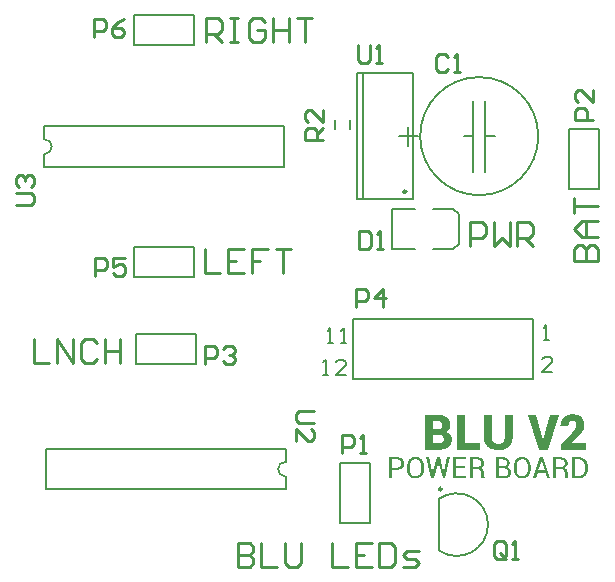
<source format=gto>
G04 Layer_Color=65535*
%FSLAX44Y44*%
%MOMM*%
G71*
G01*
G75*
%ADD16C,0.2540*%
%ADD36C,0.2500*%
%ADD37C,0.1524*%
%ADD38C,0.2000*%
%ADD39C,0.1270*%
%ADD40C,0.2032*%
G36*
X422061Y107284D02*
X413656D01*
Y101544D01*
X420948D01*
Y99669D01*
X413656D01*
Y93314D01*
X422207D01*
Y91440D01*
X411255D01*
Y109187D01*
X422061D01*
Y107284D01*
D02*
G37*
G36*
X364104Y109158D02*
X364338D01*
X364631Y109100D01*
X364924Y109070D01*
X365246Y109012D01*
X365978Y108836D01*
X366710Y108572D01*
X367062Y108397D01*
X367413Y108221D01*
X367735Y107987D01*
X368057Y107723D01*
X368087Y107694D01*
X368116Y107665D01*
X368204Y107577D01*
X368292Y107460D01*
X368438Y107313D01*
X368555Y107137D01*
X368702Y106932D01*
X368848Y106698D01*
X369141Y106142D01*
X369404Y105468D01*
X369580Y104707D01*
X369609Y104297D01*
X369639Y103857D01*
Y103828D01*
Y103740D01*
Y103623D01*
X369609Y103447D01*
X369580Y103242D01*
X369551Y103008D01*
X369434Y102481D01*
X369258Y101866D01*
X368965Y101222D01*
X368789Y100899D01*
X368585Y100577D01*
X368350Y100284D01*
X368057Y99992D01*
X368028Y99962D01*
X367999Y99933D01*
X367882Y99874D01*
X367765Y99757D01*
X367618Y99669D01*
X367413Y99552D01*
X367179Y99406D01*
X366915Y99289D01*
X366622Y99142D01*
X366271Y99025D01*
X365919Y98879D01*
X365539Y98791D01*
X365099Y98703D01*
X364631Y98615D01*
X364162Y98586D01*
X363635Y98556D01*
X359242D01*
Y91440D01*
X356841D01*
Y109187D01*
X363899D01*
X364104Y109158D01*
D02*
G37*
G36*
X469885Y109422D02*
X470178Y109392D01*
X470471Y109334D01*
X470823Y109275D01*
X471233Y109187D01*
X471613Y109070D01*
X472053Y108924D01*
X472492Y108748D01*
X472931Y108543D01*
X473341Y108280D01*
X473781Y107987D01*
X474190Y107665D01*
X474571Y107284D01*
X474600Y107254D01*
X474659Y107196D01*
X474747Y107079D01*
X474893Y106903D01*
X475040Y106698D01*
X475215Y106434D01*
X475391Y106142D01*
X475596Y105820D01*
X475772Y105439D01*
X475948Y105029D01*
X476123Y104590D01*
X476270Y104092D01*
X476416Y103594D01*
X476504Y103037D01*
X476563Y102481D01*
X476592Y101866D01*
Y98732D01*
Y98703D01*
Y98586D01*
Y98410D01*
X476563Y98176D01*
X476533Y97912D01*
X476475Y97590D01*
X476416Y97209D01*
X476328Y96829D01*
X476241Y96419D01*
X476094Y95979D01*
X475948Y95511D01*
X475743Y95071D01*
X475508Y94603D01*
X475245Y94164D01*
X474923Y93724D01*
X474571Y93314D01*
X474542Y93285D01*
X474483Y93226D01*
X474366Y93109D01*
X474220Y92992D01*
X474015Y92816D01*
X473781Y92641D01*
X473488Y92465D01*
X473166Y92260D01*
X472814Y92055D01*
X472433Y91879D01*
X471994Y91704D01*
X471525Y91528D01*
X471028Y91411D01*
X470500Y91294D01*
X469944Y91235D01*
X469358Y91206D01*
X469212D01*
X469065Y91235D01*
X468831D01*
X468568Y91264D01*
X468275Y91323D01*
X467923Y91381D01*
X467542Y91469D01*
X467162Y91586D01*
X466752Y91733D01*
X466312Y91879D01*
X465902Y92084D01*
X465493Y92348D01*
X465053Y92611D01*
X464673Y92934D01*
X464292Y93314D01*
X464263Y93344D01*
X464204Y93402D01*
X464116Y93549D01*
X463999Y93695D01*
X463853Y93900D01*
X463677Y94164D01*
X463501Y94457D01*
X463325Y94808D01*
X463150Y95159D01*
X462974Y95569D01*
X462798Y96009D01*
X462652Y96507D01*
X462535Y97004D01*
X462447Y97561D01*
X462388Y98117D01*
X462359Y98732D01*
Y101866D01*
Y101895D01*
Y102012D01*
Y102188D01*
X462388Y102422D01*
X462417Y102686D01*
X462476Y103008D01*
X462535Y103359D01*
X462593Y103770D01*
X462827Y104619D01*
X462974Y105058D01*
X463179Y105527D01*
X463384Y105966D01*
X463647Y106434D01*
X463940Y106874D01*
X464292Y107284D01*
X464321Y107313D01*
X464380Y107372D01*
X464497Y107489D01*
X464643Y107635D01*
X464848Y107782D01*
X465083Y107957D01*
X465346Y108162D01*
X465639Y108367D01*
X465990Y108572D01*
X466371Y108777D01*
X466781Y108953D01*
X467250Y109100D01*
X467718Y109246D01*
X468245Y109363D01*
X468773Y109422D01*
X469358Y109451D01*
X469680D01*
X469885Y109422D01*
D02*
G37*
G36*
X493285Y91440D02*
X490825D01*
X489273Y96009D01*
X482566D01*
X480985Y91440D01*
X478525D01*
X484939Y109187D01*
X486989D01*
X493285Y91440D01*
D02*
G37*
G36*
X453427Y109158D02*
X453661D01*
X453924Y109129D01*
X454217Y109100D01*
X454539Y109041D01*
X455242Y108895D01*
X455975Y108690D01*
X456677Y108397D01*
X457322Y107987D01*
X457351D01*
X457380Y107928D01*
X457556Y107752D01*
X457820Y107489D01*
X458112Y107079D01*
X458405Y106581D01*
X458669Y105966D01*
X458844Y105234D01*
X458874Y104824D01*
X458903Y104384D01*
Y104326D01*
Y104179D01*
X458874Y103975D01*
X458815Y103711D01*
X458727Y103389D01*
X458581Y103037D01*
X458405Y102686D01*
X458171Y102334D01*
X458142Y102305D01*
X458054Y102188D01*
X457878Y102012D01*
X457673Y101807D01*
X457410Y101602D01*
X457087Y101368D01*
X456707Y101134D01*
X456297Y100929D01*
X456385D01*
X456472Y100899D01*
X456590Y100870D01*
X456912Y100782D01*
X457292Y100665D01*
X457732Y100460D01*
X458200Y100197D01*
X458639Y99845D01*
X459050Y99406D01*
X459108Y99347D01*
X459225Y99172D01*
X459372Y98908D01*
X459577Y98556D01*
X459752Y98117D01*
X459928Y97619D01*
X460045Y97063D01*
X460075Y96448D01*
Y96419D01*
Y96331D01*
Y96214D01*
X460045Y96038D01*
X460016Y95833D01*
X459987Y95599D01*
X459870Y95071D01*
X459694Y94457D01*
X459401Y93841D01*
X459225Y93519D01*
X459020Y93226D01*
X458786Y92963D01*
X458493Y92699D01*
X458464D01*
X458434Y92641D01*
X458317Y92582D01*
X458200Y92494D01*
X458054Y92406D01*
X457849Y92289D01*
X457615Y92201D01*
X457380Y92084D01*
X457087Y91967D01*
X456765Y91850D01*
X456414Y91733D01*
X456033Y91645D01*
X455184Y91499D01*
X454715Y91469D01*
X454217Y91440D01*
X447159D01*
Y109187D01*
X453222D01*
X453427Y109158D01*
D02*
G37*
G36*
X431608D02*
X431872D01*
X432136Y109129D01*
X432458Y109070D01*
X432780Y109012D01*
X433483Y108865D01*
X434244Y108631D01*
X434947Y108309D01*
X435269Y108104D01*
X435562Y107870D01*
X435591D01*
X435621Y107811D01*
X435709Y107723D01*
X435796Y107635D01*
X435914Y107489D01*
X436060Y107342D01*
X436353Y106932D01*
X436616Y106376D01*
X436880Y105732D01*
X437056Y105000D01*
X437085Y104560D01*
X437114Y104121D01*
Y104092D01*
Y104062D01*
Y103887D01*
X437085Y103623D01*
X437026Y103301D01*
X436939Y102920D01*
X436821Y102540D01*
X436646Y102129D01*
X436411Y101720D01*
X436382Y101690D01*
X436294Y101544D01*
X436119Y101368D01*
X435884Y101163D01*
X435591Y100899D01*
X435240Y100636D01*
X434830Y100372D01*
X434332Y100138D01*
X434361D01*
X434391Y100109D01*
X434566Y100050D01*
X434830Y99933D01*
X435152Y99757D01*
X435503Y99552D01*
X435855Y99289D01*
X436177Y98967D01*
X436441Y98586D01*
X436470Y98527D01*
X436529Y98410D01*
X436646Y98176D01*
X436763Y97854D01*
X436880Y97473D01*
X436997Y97034D01*
X437056Y96507D01*
X437085Y95950D01*
Y94281D01*
Y94251D01*
Y94134D01*
Y93988D01*
X437114Y93783D01*
Y93549D01*
X437173Y93314D01*
X437261Y92787D01*
Y92758D01*
X437290Y92670D01*
X437349Y92553D01*
X437407Y92406D01*
X437583Y92084D01*
X437876Y91733D01*
Y91440D01*
X435416D01*
X435386Y91469D01*
X435328Y91528D01*
X435269Y91616D01*
X435152Y91733D01*
X435064Y91909D01*
X434947Y92114D01*
X434859Y92377D01*
X434801Y92641D01*
Y92670D01*
X434771Y92787D01*
Y92934D01*
X434742Y93168D01*
X434713Y93402D01*
Y93695D01*
X434683Y94310D01*
Y95921D01*
Y95950D01*
Y95979D01*
Y96155D01*
X434654Y96419D01*
X434566Y96741D01*
X434478Y97121D01*
X434332Y97502D01*
X434127Y97883D01*
X433834Y98234D01*
X433805Y98264D01*
X433688Y98381D01*
X433483Y98527D01*
X433248Y98674D01*
X432897Y98849D01*
X432516Y98967D01*
X432077Y99084D01*
X431579Y99113D01*
X427450D01*
Y91440D01*
X425048D01*
Y109187D01*
X431433D01*
X431608Y109158D01*
D02*
G37*
G36*
X512814Y145545D02*
X513205D01*
X513693Y145447D01*
X514181Y145398D01*
X514767Y145301D01*
X515988Y145008D01*
X517208Y144568D01*
X517843Y144324D01*
X518428Y143982D01*
X518965Y143641D01*
X519502Y143201D01*
X519551Y143153D01*
X519600Y143104D01*
X519747Y142957D01*
X519893Y142762D01*
X520137Y142518D01*
X520332Y142225D01*
X520577Y141883D01*
X520821Y141493D01*
X521065Y141053D01*
X521309Y140565D01*
X521748Y139394D01*
X522041Y138124D01*
X522090Y137392D01*
X522139Y136611D01*
Y136562D01*
Y136464D01*
Y136318D01*
Y136123D01*
X522041Y135634D01*
X521943Y134951D01*
X521797Y134170D01*
X521504Y133340D01*
X521162Y132461D01*
X520674Y131631D01*
X520625Y131534D01*
X520528Y131387D01*
X520381Y131241D01*
X520235Y130997D01*
X519991Y130753D01*
X519747Y130411D01*
X519454Y130020D01*
X519112Y129581D01*
X518721Y129142D01*
X518282Y128605D01*
X517794Y128019D01*
X517257Y127384D01*
X516671Y126749D01*
X515988Y126017D01*
X515304Y125236D01*
X511692Y120940D01*
X511740Y120842D01*
X523164D01*
Y115570D01*
X502611D01*
Y120013D01*
X511692Y130020D01*
Y130069D01*
X511789Y130118D01*
X511984Y130362D01*
X512326Y130753D01*
X512717Y131290D01*
X513156Y131827D01*
X513595Y132461D01*
X514035Y133096D01*
X514376Y133731D01*
X514425Y133779D01*
X514523Y134024D01*
X514669Y134316D01*
X514816Y134707D01*
X514962Y135146D01*
X515109Y135586D01*
X515206Y136074D01*
X515255Y136562D01*
Y136660D01*
Y136855D01*
X515206Y137148D01*
X515158Y137538D01*
X515060Y137978D01*
X514913Y138417D01*
X514718Y138857D01*
X514474Y139247D01*
X514425Y139296D01*
X514328Y139394D01*
X514132Y139589D01*
X513888Y139784D01*
X513547Y139931D01*
X513107Y140126D01*
X512570Y140224D01*
X511984Y140272D01*
X511740D01*
X511447Y140224D01*
X511057Y140126D01*
X510666Y139931D01*
X510276Y139735D01*
X509836Y139394D01*
X509495Y138954D01*
X509446Y138905D01*
X509348Y138710D01*
X509202Y138466D01*
X509055Y138076D01*
X508909Y137587D01*
X508762Y137001D01*
X508665Y136367D01*
X508616Y135634D01*
X501879D01*
X501830Y135781D01*
Y135830D01*
Y135976D01*
Y136172D01*
X501879Y136464D01*
Y136806D01*
X501928Y137246D01*
X502025Y137685D01*
X502123Y138173D01*
X502465Y139296D01*
X502660Y139833D01*
X502904Y140419D01*
X503246Y141005D01*
X503588Y141590D01*
X504027Y142176D01*
X504515Y142713D01*
X504564Y142762D01*
X504662Y142860D01*
X504808Y142957D01*
X505052Y143153D01*
X505296Y143397D01*
X505638Y143641D01*
X506077Y143885D01*
X506517Y144178D01*
X507005Y144422D01*
X507591Y144666D01*
X508176Y144910D01*
X508860Y145154D01*
X509592Y145350D01*
X510325Y145447D01*
X511155Y145545D01*
X511984Y145594D01*
X512473D01*
X512814Y145545D01*
D02*
G37*
G36*
X420791Y120842D02*
X433484D01*
Y115570D01*
X413907D01*
Y145154D01*
X420791D01*
Y120842D01*
D02*
G37*
G36*
X397944Y145105D02*
X398383D01*
X398920Y145057D01*
X399506Y145008D01*
X400140Y144910D01*
X401556Y144666D01*
X402972Y144276D01*
X404339Y143787D01*
X405022Y143446D01*
X405608Y143104D01*
X405657D01*
X405755Y143006D01*
X405901Y142908D01*
X406096Y142713D01*
X406585Y142225D01*
X407170Y141590D01*
X407756Y140712D01*
X408244Y139686D01*
X408440Y139052D01*
X408586Y138417D01*
X408684Y137734D01*
X408733Y137001D01*
Y136904D01*
Y136660D01*
X408684Y136269D01*
X408635Y135732D01*
X408489Y135146D01*
X408342Y134512D01*
X408098Y133877D01*
X407756Y133242D01*
X407707Y133194D01*
X407561Y132998D01*
X407317Y132705D01*
X407024Y132315D01*
X406585Y131924D01*
X406048Y131534D01*
X405413Y131143D01*
X404681Y130801D01*
X404729D01*
X404778Y130753D01*
X404925D01*
X405120Y130704D01*
X405559Y130509D01*
X406145Y130265D01*
X406780Y129972D01*
X407463Y129532D01*
X408049Y129044D01*
X408586Y128409D01*
X408635Y128312D01*
X408782Y128116D01*
X408977Y127726D01*
X409221Y127238D01*
X409465Y126652D01*
X409660Y125920D01*
X409807Y125139D01*
X409855Y124309D01*
Y124260D01*
Y124113D01*
Y123918D01*
X409807Y123576D01*
X409758Y123235D01*
X409709Y122795D01*
X409514Y121868D01*
X409123Y120794D01*
X408928Y120257D01*
X408635Y119720D01*
X408293Y119183D01*
X407903Y118694D01*
X407463Y118206D01*
X406926Y117767D01*
X406878D01*
X406780Y117669D01*
X406633Y117572D01*
X406389Y117425D01*
X406096Y117279D01*
X405755Y117083D01*
X405315Y116888D01*
X404827Y116693D01*
X404241Y116449D01*
X403656Y116253D01*
X402972Y116058D01*
X402191Y115912D01*
X401410Y115765D01*
X400531Y115668D01*
X399604Y115619D01*
X398627Y115570D01*
X387350D01*
Y145154D01*
X397553D01*
X397944Y145105D01*
D02*
G37*
G36*
X379567Y109422D02*
X379860Y109392D01*
X380153Y109334D01*
X380504Y109275D01*
X380914Y109187D01*
X381295Y109070D01*
X381734Y108924D01*
X382173Y108748D01*
X382613Y108543D01*
X383023Y108280D01*
X383462Y107987D01*
X383872Y107665D01*
X384253Y107284D01*
X384282Y107254D01*
X384341Y107196D01*
X384428Y107079D01*
X384575Y106903D01*
X384721Y106698D01*
X384897Y106434D01*
X385073Y106142D01*
X385278Y105820D01*
X385453Y105439D01*
X385629Y105029D01*
X385805Y104590D01*
X385951Y104092D01*
X386098Y103594D01*
X386185Y103037D01*
X386244Y102481D01*
X386273Y101866D01*
Y98732D01*
Y98703D01*
Y98586D01*
Y98410D01*
X386244Y98176D01*
X386215Y97912D01*
X386156Y97590D01*
X386098Y97209D01*
X386010Y96829D01*
X385922Y96419D01*
X385775Y95979D01*
X385629Y95511D01*
X385424Y95071D01*
X385190Y94603D01*
X384926Y94164D01*
X384604Y93724D01*
X384253Y93314D01*
X384223Y93285D01*
X384165Y93226D01*
X384048Y93109D01*
X383901Y92992D01*
X383696Y92816D01*
X383462Y92641D01*
X383169Y92465D01*
X382847Y92260D01*
X382495Y92055D01*
X382115Y91879D01*
X381675Y91704D01*
X381207Y91528D01*
X380709Y91411D01*
X380182Y91294D01*
X379625Y91235D01*
X379040Y91206D01*
X378893D01*
X378747Y91235D01*
X378512D01*
X378249Y91264D01*
X377956Y91323D01*
X377605Y91381D01*
X377224Y91469D01*
X376843Y91586D01*
X376433Y91733D01*
X375994Y91879D01*
X375584Y92084D01*
X375174Y92348D01*
X374735Y92611D01*
X374354Y92934D01*
X373973Y93314D01*
X373944Y93344D01*
X373885Y93402D01*
X373797Y93549D01*
X373680Y93695D01*
X373534Y93900D01*
X373358Y94164D01*
X373182Y94457D01*
X373007Y94808D01*
X372831Y95159D01*
X372655Y95569D01*
X372480Y96009D01*
X372333Y96507D01*
X372216Y97004D01*
X372128Y97561D01*
X372070Y98117D01*
X372040Y98732D01*
Y101866D01*
Y101895D01*
Y102012D01*
Y102188D01*
X372070Y102422D01*
X372099Y102686D01*
X372157Y103008D01*
X372216Y103359D01*
X372275Y103770D01*
X372509Y104619D01*
X372655Y105058D01*
X372860Y105527D01*
X373065Y105966D01*
X373329Y106434D01*
X373622Y106874D01*
X373973Y107284D01*
X374002Y107313D01*
X374061Y107372D01*
X374178Y107489D01*
X374325Y107635D01*
X374530Y107782D01*
X374764Y107957D01*
X375027Y108162D01*
X375320Y108367D01*
X375672Y108572D01*
X376053Y108777D01*
X376463Y108953D01*
X376931Y109100D01*
X377400Y109246D01*
X377927Y109363D01*
X378454Y109422D01*
X379040Y109451D01*
X379362D01*
X379567Y109422D01*
D02*
G37*
G36*
X490943Y115570D02*
X483523D01*
X474003Y145154D01*
X481180D01*
X486940Y123576D01*
X487136Y122502D01*
X487282D01*
X487477Y123479D01*
X493336Y145154D01*
X500561D01*
X490943Y115570D01*
D02*
G37*
G36*
X461457Y125968D02*
Y125920D01*
Y125724D01*
Y125480D01*
X461408Y125139D01*
X461359Y124699D01*
X461262Y124211D01*
X461164Y123674D01*
X461018Y123088D01*
X460871Y122453D01*
X460627Y121819D01*
X460334Y121135D01*
X460041Y120452D01*
X459602Y119817D01*
X459162Y119183D01*
X458625Y118597D01*
X458040Y118011D01*
X457991Y117962D01*
X457893Y117913D01*
X457698Y117767D01*
X457454Y117572D01*
X457112Y117376D01*
X456673Y117132D01*
X456233Y116839D01*
X455696Y116595D01*
X455062Y116351D01*
X454427Y116058D01*
X453695Y115814D01*
X452914Y115619D01*
X452084Y115423D01*
X451205Y115326D01*
X450229Y115228D01*
X449252Y115179D01*
X448715D01*
X448325Y115228D01*
X447885Y115277D01*
X447348Y115326D01*
X446763Y115423D01*
X446079Y115521D01*
X444663Y115863D01*
X443931Y116107D01*
X443199Y116400D01*
X442466Y116693D01*
X441734Y117083D01*
X441051Y117523D01*
X440367Y118011D01*
X440318Y118060D01*
X440221Y118157D01*
X440074Y118304D01*
X439830Y118548D01*
X439586Y118841D01*
X439293Y119183D01*
X439000Y119622D01*
X438707Y120110D01*
X438366Y120647D01*
X438073Y121233D01*
X437780Y121868D01*
X437536Y122600D01*
X437292Y123332D01*
X437145Y124162D01*
X437048Y125041D01*
X436999Y125968D01*
Y145154D01*
X443882D01*
Y125968D01*
Y125920D01*
Y125871D01*
Y125724D01*
Y125529D01*
X443980Y125041D01*
X444077Y124406D01*
X444224Y123772D01*
X444468Y123088D01*
X444810Y122405D01*
X445298Y121819D01*
X445347Y121770D01*
X445591Y121623D01*
X445884Y121379D01*
X446323Y121135D01*
X446909Y120842D01*
X447592Y120647D01*
X448373Y120452D01*
X449252Y120403D01*
X449643D01*
X450131Y120501D01*
X450668Y120598D01*
X451303Y120745D01*
X451937Y120989D01*
X452572Y121331D01*
X453158Y121770D01*
X453207Y121819D01*
X453402Y122014D01*
X453597Y122356D01*
X453890Y122844D01*
X454134Y123430D01*
X454378Y124162D01*
X454525Y124992D01*
X454574Y125968D01*
Y145154D01*
X461457D01*
Y125968D01*
D02*
G37*
G36*
X404460Y91440D02*
X402322D01*
X398779Y103740D01*
X398515Y105351D01*
X398427D01*
X398163Y103740D01*
X394561Y91440D01*
X392423D01*
X388148Y109187D01*
X390754D01*
X393331Y97590D01*
X393624Y95247D01*
X393712D01*
X394122Y97590D01*
X397256Y109187D01*
X399628D01*
X402791Y97590D01*
X403201Y95218D01*
X403289D01*
X403611Y97590D01*
X406159Y109187D01*
X408765D01*
X404460Y91440D01*
D02*
G37*
G36*
X517944Y109158D02*
X518237Y109129D01*
X518559Y109070D01*
X518940Y109012D01*
X519379Y108924D01*
X519789Y108807D01*
X520258Y108660D01*
X520726Y108485D01*
X521195Y108280D01*
X521663Y108045D01*
X522103Y107752D01*
X522542Y107430D01*
X522952Y107050D01*
X522981Y107020D01*
X523040Y106962D01*
X523157Y106845D01*
X523274Y106669D01*
X523450Y106464D01*
X523626Y106200D01*
X523801Y105907D01*
X524006Y105556D01*
X524211Y105175D01*
X524387Y104765D01*
X524563Y104297D01*
X524739Y103828D01*
X524856Y103301D01*
X524973Y102715D01*
X525031Y102129D01*
X525061Y101515D01*
Y99084D01*
Y99054D01*
Y98937D01*
Y98762D01*
X525031Y98527D01*
X525002Y98234D01*
X524944Y97883D01*
X524885Y97531D01*
X524797Y97121D01*
X524680Y96682D01*
X524534Y96243D01*
X524387Y95774D01*
X524182Y95306D01*
X523918Y94867D01*
X523655Y94398D01*
X523333Y93959D01*
X522952Y93549D01*
X522923Y93519D01*
X522864Y93461D01*
X522747Y93344D01*
X522571Y93226D01*
X522366Y93051D01*
X522103Y92875D01*
X521810Y92699D01*
X521458Y92494D01*
X521078Y92289D01*
X520668Y92114D01*
X520199Y91938D01*
X519701Y91762D01*
X519174Y91645D01*
X518588Y91528D01*
X518003Y91469D01*
X517358Y91440D01*
X511765D01*
Y109187D01*
X517681D01*
X517944Y109158D01*
D02*
G37*
G36*
X502422D02*
X502686D01*
X502950Y109129D01*
X503272Y109070D01*
X503594Y109012D01*
X504297Y108865D01*
X505058Y108631D01*
X505761Y108309D01*
X506083Y108104D01*
X506376Y107870D01*
X506405D01*
X506435Y107811D01*
X506522Y107723D01*
X506610Y107635D01*
X506727Y107489D01*
X506874Y107342D01*
X507167Y106932D01*
X507430Y106376D01*
X507694Y105732D01*
X507870Y105000D01*
X507899Y104560D01*
X507928Y104121D01*
Y104092D01*
Y104062D01*
Y103887D01*
X507899Y103623D01*
X507840Y103301D01*
X507752Y102920D01*
X507635Y102540D01*
X507460Y102129D01*
X507225Y101720D01*
X507196Y101690D01*
X507108Y101544D01*
X506932Y101368D01*
X506698Y101163D01*
X506405Y100899D01*
X506054Y100636D01*
X505644Y100372D01*
X505146Y100138D01*
X505175D01*
X505205Y100109D01*
X505380Y100050D01*
X505644Y99933D01*
X505966Y99757D01*
X506317Y99552D01*
X506669Y99289D01*
X506991Y98967D01*
X507255Y98586D01*
X507284Y98527D01*
X507342Y98410D01*
X507460Y98176D01*
X507577Y97854D01*
X507694Y97473D01*
X507811Y97034D01*
X507870Y96507D01*
X507899Y95950D01*
Y94281D01*
Y94251D01*
Y94134D01*
Y93988D01*
X507928Y93783D01*
Y93549D01*
X507987Y93314D01*
X508075Y92787D01*
Y92758D01*
X508104Y92670D01*
X508162Y92553D01*
X508221Y92406D01*
X508397Y92084D01*
X508690Y91733D01*
Y91440D01*
X506230D01*
X506200Y91469D01*
X506142Y91528D01*
X506083Y91616D01*
X505966Y91733D01*
X505878Y91909D01*
X505761Y92114D01*
X505673Y92377D01*
X505615Y92641D01*
Y92670D01*
X505585Y92787D01*
Y92934D01*
X505556Y93168D01*
X505527Y93402D01*
Y93695D01*
X505498Y94310D01*
Y95921D01*
Y95950D01*
Y95979D01*
Y96155D01*
X505468Y96419D01*
X505380Y96741D01*
X505293Y97121D01*
X505146Y97502D01*
X504941Y97883D01*
X504648Y98234D01*
X504619Y98264D01*
X504502Y98381D01*
X504297Y98527D01*
X504062Y98674D01*
X503711Y98849D01*
X503330Y98967D01*
X502891Y99084D01*
X502393Y99113D01*
X498264D01*
Y91440D01*
X495862D01*
Y109187D01*
X502247D01*
X502422Y109158D01*
D02*
G37*
%LPC*%
G36*
X363635Y107284D02*
X359242D01*
Y100431D01*
X363811D01*
X363928Y100460D01*
X364250Y100489D01*
X364660Y100548D01*
X365099Y100665D01*
X365539Y100841D01*
X365949Y101075D01*
X366329Y101397D01*
X366359Y101456D01*
X366476Y101573D01*
X366622Y101778D01*
X366798Y102071D01*
X366945Y102422D01*
X367091Y102832D01*
X367208Y103330D01*
X367237Y103857D01*
Y103887D01*
Y103916D01*
Y104092D01*
X367179Y104384D01*
X367120Y104707D01*
X367003Y105087D01*
X366857Y105497D01*
X366622Y105907D01*
X366329Y106288D01*
X366300Y106317D01*
X366154Y106434D01*
X365949Y106610D01*
X365656Y106786D01*
X365275Y106962D01*
X364836Y107137D01*
X364279Y107254D01*
X363635Y107284D01*
D02*
G37*
G36*
X398871Y128263D02*
X394234D01*
Y120842D01*
X398969D01*
X399359Y120891D01*
X399848Y120940D01*
X400385Y121038D01*
X400922Y121184D01*
X401459Y121379D01*
X401898Y121672D01*
X401947Y121721D01*
X402093Y121819D01*
X402240Y122063D01*
X402484Y122356D01*
X402679Y122697D01*
X402826Y123186D01*
X402972Y123723D01*
X403021Y124357D01*
Y124455D01*
Y124650D01*
X402972Y124992D01*
X402923Y125431D01*
X402777Y125920D01*
X402630Y126359D01*
X402386Y126847D01*
X402044Y127238D01*
X401996Y127287D01*
X401849Y127384D01*
X401605Y127531D01*
X401263Y127726D01*
X400824Y127921D01*
X400287Y128068D01*
X399652Y128214D01*
X398871Y128263D01*
D02*
G37*
G36*
X452958Y107284D02*
X449561D01*
Y101632D01*
X453690D01*
X453924Y101661D01*
X454247Y101720D01*
X454598Y101807D01*
X454949Y101954D01*
X455301Y102129D01*
X455652Y102364D01*
X455682Y102393D01*
X455799Y102510D01*
X455916Y102686D01*
X456092Y102920D01*
X456238Y103213D01*
X456385Y103565D01*
X456472Y103975D01*
X456502Y104443D01*
Y104472D01*
Y104502D01*
Y104677D01*
X456443Y104941D01*
X456385Y105263D01*
X456267Y105585D01*
X456121Y105966D01*
X455887Y106288D01*
X455564Y106581D01*
X455535Y106610D01*
X455389Y106698D01*
X455184Y106815D01*
X454891Y106932D01*
X454539Y107050D01*
X454071Y107167D01*
X453573Y107254D01*
X452958Y107284D01*
D02*
G37*
G36*
X501954D02*
X498264D01*
Y101017D01*
X502012D01*
X502393Y101046D01*
X502832Y101104D01*
X503301Y101192D01*
X503799Y101339D01*
X504238Y101515D01*
X504619Y101778D01*
X504648Y101807D01*
X504765Y101924D01*
X504912Y102100D01*
X505088Y102364D01*
X505234Y102715D01*
X505380Y103125D01*
X505498Y103594D01*
X505527Y104150D01*
Y104179D01*
Y104209D01*
Y104384D01*
X505468Y104677D01*
X505410Y105000D01*
X505322Y105380D01*
X505146Y105761D01*
X504941Y106142D01*
X504648Y106464D01*
X504619Y106493D01*
X504502Y106581D01*
X504297Y106727D01*
X504004Y106874D01*
X503623Y107020D01*
X503155Y107167D01*
X502598Y107254D01*
X501954Y107284D01*
D02*
G37*
G36*
X431140D02*
X427450D01*
Y101017D01*
X431198D01*
X431579Y101046D01*
X432018Y101104D01*
X432487Y101192D01*
X432985Y101339D01*
X433424Y101515D01*
X433805Y101778D01*
X433834Y101807D01*
X433951Y101924D01*
X434098Y102100D01*
X434273Y102364D01*
X434420Y102715D01*
X434566Y103125D01*
X434683Y103594D01*
X434713Y104150D01*
Y104179D01*
Y104209D01*
Y104384D01*
X434654Y104677D01*
X434596Y105000D01*
X434508Y105380D01*
X434332Y105761D01*
X434127Y106142D01*
X433834Y106464D01*
X433805Y106493D01*
X433688Y106581D01*
X433483Y106727D01*
X433190Y106874D01*
X432809Y107020D01*
X432341Y107167D01*
X431784Y107254D01*
X431140Y107284D01*
D02*
G37*
G36*
X485993Y105644D02*
X485905D01*
X483269Y98000D01*
X488570D01*
X485993Y105644D01*
D02*
G37*
G36*
X469358Y107460D02*
X469153D01*
X469007Y107430D01*
X468831Y107401D01*
X468626Y107372D01*
X468158Y107254D01*
X467601Y107079D01*
X467045Y106815D01*
X466781Y106639D01*
X466488Y106434D01*
X466225Y106171D01*
X465990Y105907D01*
Y105878D01*
X465932Y105849D01*
X465873Y105761D01*
X465785Y105615D01*
X465698Y105468D01*
X465610Y105292D01*
X465493Y105058D01*
X465375Y104824D01*
X465141Y104238D01*
X464965Y103565D01*
X464819Y102774D01*
X464760Y101895D01*
Y98732D01*
Y98703D01*
Y98615D01*
Y98498D01*
X464790Y98322D01*
Y98117D01*
X464819Y97854D01*
X464907Y97297D01*
X465053Y96653D01*
X465288Y95979D01*
X465580Y95306D01*
X465990Y94691D01*
X466020Y94662D01*
X466049Y94632D01*
X466225Y94457D01*
X466488Y94193D01*
X466898Y93929D01*
X467367Y93637D01*
X467953Y93373D01*
X468597Y93197D01*
X468978Y93168D01*
X469358Y93139D01*
X469563D01*
X469739Y93168D01*
X469915Y93197D01*
X470120Y93226D01*
X470647Y93344D01*
X471203Y93519D01*
X471789Y93783D01*
X472082Y93959D01*
X472346Y94193D01*
X472609Y94427D01*
X472873Y94691D01*
X472902Y94720D01*
X472931Y94749D01*
X472990Y94837D01*
X473078Y94984D01*
X473166Y95130D01*
X473283Y95306D01*
X473400Y95540D01*
X473546Y95774D01*
X473781Y96360D01*
X473985Y97063D01*
X474132Y97854D01*
X474190Y98264D01*
Y98732D01*
Y101895D01*
Y101924D01*
Y102012D01*
Y102129D01*
X474161Y102305D01*
Y102510D01*
X474132Y102745D01*
X474015Y103330D01*
X473868Y103945D01*
X473634Y104619D01*
X473312Y105292D01*
X473107Y105615D01*
X472873Y105907D01*
Y105937D01*
X472814Y105966D01*
X472726Y106054D01*
X472638Y106142D01*
X472346Y106405D01*
X471936Y106698D01*
X471438Y106962D01*
X470823Y107225D01*
X470149Y107401D01*
X469768Y107430D01*
X469358Y107460D01*
D02*
G37*
G36*
X379040D02*
X378835D01*
X378688Y107430D01*
X378512Y107401D01*
X378307Y107372D01*
X377839Y107254D01*
X377282Y107079D01*
X376726Y106815D01*
X376463Y106639D01*
X376170Y106434D01*
X375906Y106171D01*
X375672Y105907D01*
Y105878D01*
X375613Y105849D01*
X375555Y105761D01*
X375467Y105615D01*
X375379Y105468D01*
X375291Y105292D01*
X375174Y105058D01*
X375057Y104824D01*
X374822Y104238D01*
X374647Y103565D01*
X374500Y102774D01*
X374442Y101895D01*
Y98732D01*
Y98703D01*
Y98615D01*
Y98498D01*
X374471Y98322D01*
Y98117D01*
X374500Y97854D01*
X374588Y97297D01*
X374735Y96653D01*
X374969Y95979D01*
X375262Y95306D01*
X375672Y94691D01*
X375701Y94662D01*
X375730Y94632D01*
X375906Y94457D01*
X376170Y94193D01*
X376580Y93929D01*
X377048Y93637D01*
X377634Y93373D01*
X378278Y93197D01*
X378659Y93168D01*
X379040Y93139D01*
X379245D01*
X379420Y93168D01*
X379596Y93197D01*
X379801Y93226D01*
X380328Y93344D01*
X380885Y93519D01*
X381470Y93783D01*
X381763Y93959D01*
X382027Y94193D01*
X382290Y94427D01*
X382554Y94691D01*
X382583Y94720D01*
X382613Y94749D01*
X382671Y94837D01*
X382759Y94984D01*
X382847Y95130D01*
X382964Y95306D01*
X383081Y95540D01*
X383228Y95774D01*
X383462Y96360D01*
X383667Y97063D01*
X383813Y97854D01*
X383872Y98264D01*
Y98732D01*
Y101895D01*
Y101924D01*
Y102012D01*
Y102129D01*
X383843Y102305D01*
Y102510D01*
X383813Y102745D01*
X383696Y103330D01*
X383550Y103945D01*
X383315Y104619D01*
X382993Y105292D01*
X382788Y105615D01*
X382554Y105907D01*
Y105937D01*
X382495Y105966D01*
X382408Y106054D01*
X382320Y106142D01*
X382027Y106405D01*
X381617Y106698D01*
X381119Y106962D01*
X380504Y107225D01*
X379830Y107401D01*
X379450Y107430D01*
X379040Y107460D01*
D02*
G37*
G36*
X454247Y99757D02*
X449561D01*
Y93314D01*
X454481D01*
X454774Y93344D01*
X455154Y93402D01*
X455564Y93519D01*
X455975Y93637D01*
X456385Y93841D01*
X456765Y94105D01*
X456795Y94134D01*
X456912Y94251D01*
X457058Y94457D01*
X457234Y94691D01*
X457380Y95042D01*
X457527Y95423D01*
X457644Y95892D01*
X457673Y96419D01*
Y96448D01*
Y96477D01*
Y96653D01*
X457615Y96917D01*
X457556Y97268D01*
X457439Y97649D01*
X457292Y98029D01*
X457058Y98439D01*
X456736Y98791D01*
X456707Y98820D01*
X456560Y98937D01*
X456355Y99084D01*
X456092Y99259D01*
X455740Y99435D01*
X455301Y99582D01*
X454803Y99699D01*
X454247Y99757D01*
D02*
G37*
G36*
X397016Y139882D02*
X394234D01*
Y132803D01*
X397309D01*
X397748Y132852D01*
X398334Y132901D01*
X398920Y132998D01*
X399555Y133194D01*
X400140Y133389D01*
X400629Y133682D01*
X400677Y133731D01*
X400824Y133828D01*
X401019Y134072D01*
X401263Y134316D01*
X401459Y134707D01*
X401654Y135146D01*
X401800Y135683D01*
X401849Y136269D01*
Y136367D01*
Y136562D01*
X401800Y136904D01*
X401703Y137294D01*
X401556Y137734D01*
X401312Y138222D01*
X401019Y138612D01*
X400629Y139003D01*
X400580Y139052D01*
X400433Y139150D01*
X400140Y139296D01*
X399750Y139442D01*
X399213Y139589D01*
X398627Y139735D01*
X397895Y139833D01*
X397016Y139882D01*
D02*
G37*
G36*
X517358Y107284D02*
X514166D01*
Y93314D01*
X517593D01*
X517768Y93344D01*
X517973Y93373D01*
X518208Y93402D01*
X518764Y93519D01*
X519379Y93695D01*
X520023Y93988D01*
X520346Y94193D01*
X520668Y94398D01*
X520961Y94632D01*
X521224Y94925D01*
X521253Y94954D01*
X521283Y95013D01*
X521371Y95101D01*
X521458Y95218D01*
X521546Y95364D01*
X521693Y95569D01*
X521810Y95804D01*
X521956Y96038D01*
X522074Y96331D01*
X522220Y96653D01*
X522425Y97356D01*
X522601Y98176D01*
X522630Y98615D01*
X522659Y99084D01*
Y101544D01*
Y101573D01*
Y101661D01*
Y101778D01*
X522630Y101954D01*
Y102188D01*
X522571Y102422D01*
X522483Y103008D01*
X522308Y103652D01*
X522044Y104355D01*
X521898Y104707D01*
X521693Y105029D01*
X521488Y105351D01*
X521224Y105673D01*
X521195Y105702D01*
X521166Y105732D01*
X521078Y105820D01*
X520961Y105937D01*
X520814Y106054D01*
X520638Y106171D01*
X520433Y106317D01*
X520228Y106493D01*
X519672Y106786D01*
X518998Y107020D01*
X518237Y107225D01*
X517798Y107254D01*
X517358Y107284D01*
D02*
G37*
%LPD*%
D16*
X41026Y322961D02*
X53722D01*
X56261Y325500D01*
Y330578D01*
X53722Y333118D01*
X41026D01*
X43565Y338196D02*
X41026Y340735D01*
Y345814D01*
X43565Y348353D01*
X46104D01*
X48643Y345814D01*
Y343274D01*
Y345814D01*
X51183Y348353D01*
X53722D01*
X56261Y345814D01*
Y340735D01*
X53722Y338196D01*
X292984Y148209D02*
X280288D01*
X277749Y145670D01*
Y140591D01*
X280288Y138052D01*
X292984D01*
X277749Y122817D02*
Y132974D01*
X287906Y122817D01*
X290445D01*
X292984Y125356D01*
Y130435D01*
X290445Y132974D01*
X330200Y458465D02*
Y445769D01*
X332739Y443230D01*
X337817D01*
X340357Y445769D01*
Y458465D01*
X345435Y443230D02*
X350513D01*
X347974D01*
Y458465D01*
X345435Y455926D01*
X300863Y377317D02*
X285628D01*
Y384935D01*
X288167Y387474D01*
X293246D01*
X295785Y384935D01*
Y377317D01*
Y382395D02*
X300863Y387474D01*
Y402709D02*
Y392552D01*
X290706Y402709D01*
X288167D01*
X285628Y400170D01*
Y395091D01*
X288167Y392552D01*
X455927Y25399D02*
Y35556D01*
X453387Y38095D01*
X448309D01*
X445770Y35556D01*
Y25399D01*
X448309Y22860D01*
X453387D01*
X450848Y27938D02*
X455927Y22860D01*
X453387D02*
X455927Y25399D01*
X461005Y22860D02*
X466083D01*
X463544D01*
Y38095D01*
X461005Y35556D01*
X106680Y464820D02*
Y480055D01*
X114298D01*
X116837Y477516D01*
Y472438D01*
X114298Y469898D01*
X106680D01*
X132072Y480055D02*
X126993Y477516D01*
X121915Y472438D01*
Y467359D01*
X124454Y464820D01*
X129533D01*
X132072Y467359D01*
Y469898D01*
X129533Y472438D01*
X121915D01*
X107950Y262890D02*
Y278125D01*
X115568D01*
X118107Y275586D01*
Y270508D01*
X115568Y267968D01*
X107950D01*
X133342Y278125D02*
X123185D01*
Y270508D01*
X128263Y273047D01*
X130803D01*
X133342Y270508D01*
Y265429D01*
X130803Y262890D01*
X125724D01*
X123185Y265429D01*
X328930Y236220D02*
Y251455D01*
X336548D01*
X339087Y248916D01*
Y243838D01*
X336548Y241298D01*
X328930D01*
X351783Y236220D02*
Y251455D01*
X344165Y243838D01*
X354322D01*
X200660Y187960D02*
Y203195D01*
X208277D01*
X210817Y200656D01*
Y195578D01*
X208277Y193038D01*
X200660D01*
X215895Y200656D02*
X218434Y203195D01*
X223513D01*
X226052Y200656D01*
Y198117D01*
X223513Y195578D01*
X220973D01*
X223513D01*
X226052Y193038D01*
Y190499D01*
X223513Y187960D01*
X218434D01*
X215895Y190499D01*
X529590Y394970D02*
X514355D01*
Y402588D01*
X516894Y405127D01*
X521973D01*
X524512Y402588D01*
Y394970D01*
X529590Y420362D02*
Y410205D01*
X519433Y420362D01*
X516894D01*
X514355Y417823D01*
Y412744D01*
X516894Y410205D01*
X316611Y112649D02*
Y127884D01*
X324229D01*
X326768Y125345D01*
Y120267D01*
X324229Y117727D01*
X316611D01*
X331846Y112649D02*
X336924D01*
X334385D01*
Y127884D01*
X331846Y125345D01*
X331470Y300985D02*
Y285750D01*
X339087D01*
X341627Y288289D01*
Y298446D01*
X339087Y300985D01*
X331470D01*
X346705Y285750D02*
X351783D01*
X349244D01*
Y300985D01*
X346705Y298446D01*
X406397Y448306D02*
X403857Y450845D01*
X398779D01*
X396240Y448306D01*
Y438149D01*
X398779Y435610D01*
X403857D01*
X406397Y438149D01*
X411475Y435610D02*
X416553D01*
X414014D01*
Y450845D01*
X411475Y448306D01*
X425450Y288290D02*
Y308284D01*
X435447D01*
X438779Y304951D01*
Y298287D01*
X435447Y294954D01*
X425450D01*
X445444Y308284D02*
Y288290D01*
X452108Y294954D01*
X458773Y288290D01*
Y308284D01*
X465437Y288290D02*
Y308284D01*
X475434D01*
X478766Y304951D01*
Y298287D01*
X475434Y294954D01*
X465437D01*
X472102D02*
X478766Y288290D01*
X513406Y275590D02*
X533400D01*
Y285587D01*
X530068Y288919D01*
X526735D01*
X523403Y285587D01*
Y275590D01*
Y285587D01*
X520071Y288919D01*
X516739D01*
X513406Y285587D01*
Y275590D01*
X533400Y295584D02*
X520071D01*
X513406Y302248D01*
X520071Y308913D01*
X533400D01*
X523403D01*
Y295584D01*
X513406Y315577D02*
Y328906D01*
Y322242D01*
X533400D01*
X201930Y461010D02*
Y481004D01*
X211927D01*
X215259Y477671D01*
Y471007D01*
X211927Y467674D01*
X201930D01*
X208594D02*
X215259Y461010D01*
X221924Y481004D02*
X228588D01*
X225256D01*
Y461010D01*
X221924D01*
X228588D01*
X251914Y477671D02*
X248582Y481004D01*
X241917D01*
X238585Y477671D01*
Y464342D01*
X241917Y461010D01*
X248582D01*
X251914Y464342D01*
Y471007D01*
X245249D01*
X258578Y481004D02*
Y461010D01*
Y471007D01*
X271907D01*
Y481004D01*
Y461010D01*
X278572Y481004D02*
X291901D01*
X285236D01*
Y461010D01*
X200660Y285424D02*
Y265430D01*
X213989D01*
X233983Y285424D02*
X220654D01*
Y265430D01*
X233983D01*
X220654Y275427D02*
X227318D01*
X253976Y285424D02*
X240647D01*
Y275427D01*
X247312D01*
X240647D01*
Y265430D01*
X260641Y285424D02*
X273970D01*
X267305D01*
Y265430D01*
X55880Y209224D02*
Y189230D01*
X69209D01*
X75874D02*
Y209224D01*
X89203Y189230D01*
Y209224D01*
X109196Y205891D02*
X105864Y209224D01*
X99199D01*
X95867Y205891D01*
Y192562D01*
X99199Y189230D01*
X105864D01*
X109196Y192562D01*
X115861Y209224D02*
Y189230D01*
Y199227D01*
X129190D01*
Y209224D01*
Y189230D01*
X228600Y36504D02*
Y16510D01*
X238597D01*
X241929Y19842D01*
Y23175D01*
X238597Y26507D01*
X228600D01*
X238597D01*
X241929Y29839D01*
Y33171D01*
X238597Y36504D01*
X228600D01*
X248594D02*
Y16510D01*
X261923D01*
X268587Y36504D02*
Y19842D01*
X271919Y16510D01*
X278584D01*
X281916Y19842D01*
Y36504D01*
X308574D02*
Y16510D01*
X321903D01*
X341897Y36504D02*
X328568D01*
Y16510D01*
X341897D01*
X328568Y26507D02*
X335232D01*
X348561Y36504D02*
Y16510D01*
X358558D01*
X361890Y19842D01*
Y33171D01*
X358558Y36504D01*
X348561D01*
X368555Y16510D02*
X378552D01*
X381884Y19842D01*
X378552Y23175D01*
X371887D01*
X368555Y26507D01*
X371887Y29839D01*
X381884D01*
D36*
X371390Y334000D02*
G03*
X371390Y334000I-1250J0D01*
G01*
X401560Y82100D02*
G03*
X401560Y82100I-1250J0D01*
G01*
D37*
X483070Y381000D02*
G03*
X483070Y381000I-50000J0D01*
G01*
X373070Y373000D02*
Y389000D01*
X365070Y381000D02*
X381070D01*
X428070Y351000D02*
Y411000D01*
X438070Y351000D02*
Y411000D01*
Y381000D02*
X446070D01*
X420070D02*
X428070D01*
D38*
X398820Y30363D02*
G03*
X398820Y73777I15200J21707D01*
G01*
X269240Y105410D02*
G03*
X269240Y92710I0J-6350D01*
G01*
X64770Y365760D02*
G03*
X64770Y378460I0J6350D01*
G01*
X329640Y434500D02*
X376640D01*
X329640Y327500D02*
X376640D01*
Y434500D01*
X329640Y327500D02*
Y434500D01*
X334640Y327500D02*
Y434500D01*
X509270Y336550D02*
X534670D01*
X509270D02*
Y387350D01*
X534670D01*
Y336550D02*
Y387350D01*
X314960Y104140D02*
X340360D01*
Y53340D02*
Y104140D01*
X314960Y53340D02*
X340360D01*
X314960D02*
Y104140D01*
X398820Y30363D02*
Y73777D01*
X359580Y285260D02*
X378580D01*
X359580Y319260D02*
X378580D01*
X359580Y285260D02*
Y319260D01*
X415580Y289260D02*
Y315260D01*
X393580Y285260D02*
X410580D01*
Y319260D02*
X415580Y315260D01*
X410580Y285260D02*
X415580Y289260D01*
X393580Y319260D02*
X410580D01*
X66040Y116310D02*
X269240D01*
X66040Y81810D02*
Y116310D01*
Y81810D02*
X269240D01*
Y92710D01*
Y105410D02*
Y116310D01*
X193040Y187960D02*
Y213360D01*
X142240Y187960D02*
X193040D01*
X142240D02*
Y213360D01*
X193040D01*
X326390Y226060D02*
X478790D01*
X326390Y175260D02*
Y226060D01*
Y175260D02*
X478790D01*
Y226060D01*
X64770Y354860D02*
X267970D01*
Y389360D01*
X64770D02*
X267970D01*
X64770Y378460D02*
Y389360D01*
Y354860D02*
Y365760D01*
X191770Y458470D02*
Y483870D01*
X140970Y458470D02*
X191770D01*
X140970D02*
Y483870D01*
X191770D01*
X140970Y261620D02*
Y287020D01*
X191770D01*
Y261620D02*
Y287020D01*
X140970Y261620D02*
X191770D01*
D39*
X311150Y387350D02*
Y394970D01*
X323850Y387350D02*
Y394970D01*
D40*
X300990Y179070D02*
X305222D01*
X303106D01*
Y191766D01*
X300990Y189650D01*
X320034Y179070D02*
X311570D01*
X320034Y187534D01*
Y189650D01*
X317918Y191766D01*
X313686D01*
X311570Y189650D01*
X304800Y205740D02*
X309032D01*
X306916D01*
Y218436D01*
X304800Y216320D01*
X316230Y205740D02*
X320462D01*
X318346D01*
Y218436D01*
X316230Y216320D01*
X487680Y208280D02*
X491912D01*
X489796D01*
Y220976D01*
X487680Y218860D01*
X494874Y181610D02*
X486410D01*
X494874Y190074D01*
Y192190D01*
X492758Y194306D01*
X488526D01*
X486410Y192190D01*
M02*

</source>
